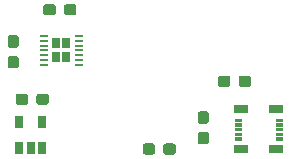
<source format=gbr>
G04 #@! TF.GenerationSoftware,KiCad,Pcbnew,(5.0.0-rc2-200-g1f6f76beb)*
G04 #@! TF.CreationDate,2020-02-24T22:29:59-05:00*
G04 #@! TF.ProjectId,watch-power,77617463682D706F7765722E6B696361,rev?*
G04 #@! TF.SameCoordinates,Original*
G04 #@! TF.FileFunction,Paste,Top*
G04 #@! TF.FilePolarity,Positive*
%FSLAX46Y46*%
G04 Gerber Fmt 4.6, Leading zero omitted, Abs format (unit mm)*
G04 Created by KiCad (PCBNEW (5.0.0-rc2-200-g1f6f76beb)) date Mon Feb 24 22:29:59 2020*
%MOMM*%
%LPD*%
G01*
G04 APERTURE LIST*
%ADD10C,0.010000*%
%ADD11C,0.100000*%
%ADD12C,0.950000*%
%ADD13R,0.700000X0.250000*%
%ADD14R,0.700000X0.970000*%
%ADD15R,0.650000X1.060000*%
%ADD16R,1.200000X0.700000*%
G04 APERTURE END LIST*
D10*
G04 #@! TO.C,P1*
G36*
X90964000Y-78116578D02*
X90964000Y-77916000D01*
X91473040Y-77916000D01*
X91473040Y-78116578D01*
X90964000Y-78116578D01*
G37*
X90964000Y-78116578D02*
X90964000Y-77916000D01*
X91473040Y-77916000D01*
X91473040Y-78116578D01*
X90964000Y-78116578D01*
G36*
X90964000Y-77716180D02*
X90964000Y-77516000D01*
X91473460Y-77516000D01*
X91473460Y-77716180D01*
X90964000Y-77716180D01*
G37*
X90964000Y-77716180D02*
X90964000Y-77516000D01*
X91473460Y-77516000D01*
X91473460Y-77716180D01*
X90964000Y-77716180D01*
G36*
X90964000Y-77316060D02*
X90964000Y-77116000D01*
X91473100Y-77116000D01*
X91473100Y-77316060D01*
X90964000Y-77316060D01*
G37*
X90964000Y-77316060D02*
X90964000Y-77116000D01*
X91473100Y-77116000D01*
X91473100Y-77316060D01*
X90964000Y-77316060D01*
G36*
X90964000Y-76915407D02*
X90964000Y-76716000D01*
X91471050Y-76716000D01*
X91471050Y-76915407D01*
X90964000Y-76915407D01*
G37*
X90964000Y-76915407D02*
X90964000Y-76716000D01*
X91471050Y-76716000D01*
X91471050Y-76915407D01*
X90964000Y-76915407D01*
G36*
X90964000Y-76514874D02*
X90964000Y-76316000D01*
X91471600Y-76316000D01*
X91471600Y-76514874D01*
X90964000Y-76514874D01*
G37*
X90964000Y-76514874D02*
X90964000Y-76316000D01*
X91471600Y-76316000D01*
X91471600Y-76514874D01*
X90964000Y-76514874D01*
G36*
X94454000Y-78117080D02*
X94454000Y-77916000D01*
X94966400Y-77916000D01*
X94966400Y-78117080D01*
X94454000Y-78117080D01*
G37*
X94454000Y-78117080D02*
X94454000Y-77916000D01*
X94966400Y-77916000D01*
X94966400Y-78117080D01*
X94454000Y-78117080D01*
G36*
X94454000Y-77716500D02*
X94454000Y-77516000D01*
X94966000Y-77516000D01*
X94966000Y-77716500D01*
X94454000Y-77716500D01*
G37*
X94454000Y-77716500D02*
X94454000Y-77516000D01*
X94966000Y-77516000D01*
X94966000Y-77716500D01*
X94454000Y-77716500D01*
G36*
X94454000Y-77316099D02*
X94454000Y-77116000D01*
X94965980Y-77116000D01*
X94965980Y-77316099D01*
X94454000Y-77316099D01*
G37*
X94454000Y-77316099D02*
X94454000Y-77116000D01*
X94965980Y-77116000D01*
X94965980Y-77316099D01*
X94454000Y-77316099D01*
G36*
X94454000Y-76915590D02*
X94454000Y-76716000D01*
X94966730Y-76716000D01*
X94966730Y-76915590D01*
X94454000Y-76915590D01*
G37*
X94454000Y-76915590D02*
X94454000Y-76716000D01*
X94966730Y-76716000D01*
X94966730Y-76915590D01*
X94454000Y-76915590D01*
G36*
X94454000Y-76514807D02*
X94454000Y-76316000D01*
X94967410Y-76316000D01*
X94967410Y-76514807D01*
X94454000Y-76514807D01*
G37*
X94454000Y-76514807D02*
X94454000Y-76316000D01*
X94967410Y-76316000D01*
X94967410Y-76514807D01*
X94454000Y-76514807D01*
G04 #@! TD*
D11*
G04 #@! TO.C,C1*
G36*
X72447579Y-69263944D02*
X72470634Y-69267363D01*
X72493243Y-69273027D01*
X72515187Y-69280879D01*
X72536257Y-69290844D01*
X72556248Y-69302826D01*
X72574968Y-69316710D01*
X72592238Y-69332362D01*
X72607890Y-69349632D01*
X72621774Y-69368352D01*
X72633756Y-69388343D01*
X72643721Y-69409413D01*
X72651573Y-69431357D01*
X72657237Y-69453966D01*
X72660656Y-69477021D01*
X72661800Y-69500300D01*
X72661800Y-70075300D01*
X72660656Y-70098579D01*
X72657237Y-70121634D01*
X72651573Y-70144243D01*
X72643721Y-70166187D01*
X72633756Y-70187257D01*
X72621774Y-70207248D01*
X72607890Y-70225968D01*
X72592238Y-70243238D01*
X72574968Y-70258890D01*
X72556248Y-70272774D01*
X72536257Y-70284756D01*
X72515187Y-70294721D01*
X72493243Y-70302573D01*
X72470634Y-70308237D01*
X72447579Y-70311656D01*
X72424300Y-70312800D01*
X71949300Y-70312800D01*
X71926021Y-70311656D01*
X71902966Y-70308237D01*
X71880357Y-70302573D01*
X71858413Y-70294721D01*
X71837343Y-70284756D01*
X71817352Y-70272774D01*
X71798632Y-70258890D01*
X71781362Y-70243238D01*
X71765710Y-70225968D01*
X71751826Y-70207248D01*
X71739844Y-70187257D01*
X71729879Y-70166187D01*
X71722027Y-70144243D01*
X71716363Y-70121634D01*
X71712944Y-70098579D01*
X71711800Y-70075300D01*
X71711800Y-69500300D01*
X71712944Y-69477021D01*
X71716363Y-69453966D01*
X71722027Y-69431357D01*
X71729879Y-69409413D01*
X71739844Y-69388343D01*
X71751826Y-69368352D01*
X71765710Y-69349632D01*
X71781362Y-69332362D01*
X71798632Y-69316710D01*
X71817352Y-69302826D01*
X71837343Y-69290844D01*
X71858413Y-69280879D01*
X71880357Y-69273027D01*
X71902966Y-69267363D01*
X71926021Y-69263944D01*
X71949300Y-69262800D01*
X72424300Y-69262800D01*
X72447579Y-69263944D01*
X72447579Y-69263944D01*
G37*
D12*
X72186800Y-69787800D03*
D11*
G36*
X72447579Y-71013944D02*
X72470634Y-71017363D01*
X72493243Y-71023027D01*
X72515187Y-71030879D01*
X72536257Y-71040844D01*
X72556248Y-71052826D01*
X72574968Y-71066710D01*
X72592238Y-71082362D01*
X72607890Y-71099632D01*
X72621774Y-71118352D01*
X72633756Y-71138343D01*
X72643721Y-71159413D01*
X72651573Y-71181357D01*
X72657237Y-71203966D01*
X72660656Y-71227021D01*
X72661800Y-71250300D01*
X72661800Y-71825300D01*
X72660656Y-71848579D01*
X72657237Y-71871634D01*
X72651573Y-71894243D01*
X72643721Y-71916187D01*
X72633756Y-71937257D01*
X72621774Y-71957248D01*
X72607890Y-71975968D01*
X72592238Y-71993238D01*
X72574968Y-72008890D01*
X72556248Y-72022774D01*
X72536257Y-72034756D01*
X72515187Y-72044721D01*
X72493243Y-72052573D01*
X72470634Y-72058237D01*
X72447579Y-72061656D01*
X72424300Y-72062800D01*
X71949300Y-72062800D01*
X71926021Y-72061656D01*
X71902966Y-72058237D01*
X71880357Y-72052573D01*
X71858413Y-72044721D01*
X71837343Y-72034756D01*
X71817352Y-72022774D01*
X71798632Y-72008890D01*
X71781362Y-71993238D01*
X71765710Y-71975968D01*
X71751826Y-71957248D01*
X71739844Y-71937257D01*
X71729879Y-71916187D01*
X71722027Y-71894243D01*
X71716363Y-71871634D01*
X71712944Y-71848579D01*
X71711800Y-71825300D01*
X71711800Y-71250300D01*
X71712944Y-71227021D01*
X71716363Y-71203966D01*
X71722027Y-71181357D01*
X71729879Y-71159413D01*
X71739844Y-71138343D01*
X71751826Y-71118352D01*
X71765710Y-71099632D01*
X71781362Y-71082362D01*
X71798632Y-71066710D01*
X71817352Y-71052826D01*
X71837343Y-71040844D01*
X71858413Y-71030879D01*
X71880357Y-71023027D01*
X71902966Y-71017363D01*
X71926021Y-71013944D01*
X71949300Y-71012800D01*
X72424300Y-71012800D01*
X72447579Y-71013944D01*
X72447579Y-71013944D01*
G37*
D12*
X72186800Y-71537800D03*
G04 #@! TD*
D11*
G04 #@! TO.C,C2*
G36*
X90367779Y-72678144D02*
X90390834Y-72681563D01*
X90413443Y-72687227D01*
X90435387Y-72695079D01*
X90456457Y-72705044D01*
X90476448Y-72717026D01*
X90495168Y-72730910D01*
X90512438Y-72746562D01*
X90528090Y-72763832D01*
X90541974Y-72782552D01*
X90553956Y-72802543D01*
X90563921Y-72823613D01*
X90571773Y-72845557D01*
X90577437Y-72868166D01*
X90580856Y-72891221D01*
X90582000Y-72914500D01*
X90582000Y-73389500D01*
X90580856Y-73412779D01*
X90577437Y-73435834D01*
X90571773Y-73458443D01*
X90563921Y-73480387D01*
X90553956Y-73501457D01*
X90541974Y-73521448D01*
X90528090Y-73540168D01*
X90512438Y-73557438D01*
X90495168Y-73573090D01*
X90476448Y-73586974D01*
X90456457Y-73598956D01*
X90435387Y-73608921D01*
X90413443Y-73616773D01*
X90390834Y-73622437D01*
X90367779Y-73625856D01*
X90344500Y-73627000D01*
X89769500Y-73627000D01*
X89746221Y-73625856D01*
X89723166Y-73622437D01*
X89700557Y-73616773D01*
X89678613Y-73608921D01*
X89657543Y-73598956D01*
X89637552Y-73586974D01*
X89618832Y-73573090D01*
X89601562Y-73557438D01*
X89585910Y-73540168D01*
X89572026Y-73521448D01*
X89560044Y-73501457D01*
X89550079Y-73480387D01*
X89542227Y-73458443D01*
X89536563Y-73435834D01*
X89533144Y-73412779D01*
X89532000Y-73389500D01*
X89532000Y-72914500D01*
X89533144Y-72891221D01*
X89536563Y-72868166D01*
X89542227Y-72845557D01*
X89550079Y-72823613D01*
X89560044Y-72802543D01*
X89572026Y-72782552D01*
X89585910Y-72763832D01*
X89601562Y-72746562D01*
X89618832Y-72730910D01*
X89637552Y-72717026D01*
X89657543Y-72705044D01*
X89678613Y-72695079D01*
X89700557Y-72687227D01*
X89723166Y-72681563D01*
X89746221Y-72678144D01*
X89769500Y-72677000D01*
X90344500Y-72677000D01*
X90367779Y-72678144D01*
X90367779Y-72678144D01*
G37*
D12*
X90057000Y-73152000D03*
D11*
G36*
X92117779Y-72678144D02*
X92140834Y-72681563D01*
X92163443Y-72687227D01*
X92185387Y-72695079D01*
X92206457Y-72705044D01*
X92226448Y-72717026D01*
X92245168Y-72730910D01*
X92262438Y-72746562D01*
X92278090Y-72763832D01*
X92291974Y-72782552D01*
X92303956Y-72802543D01*
X92313921Y-72823613D01*
X92321773Y-72845557D01*
X92327437Y-72868166D01*
X92330856Y-72891221D01*
X92332000Y-72914500D01*
X92332000Y-73389500D01*
X92330856Y-73412779D01*
X92327437Y-73435834D01*
X92321773Y-73458443D01*
X92313921Y-73480387D01*
X92303956Y-73501457D01*
X92291974Y-73521448D01*
X92278090Y-73540168D01*
X92262438Y-73557438D01*
X92245168Y-73573090D01*
X92226448Y-73586974D01*
X92206457Y-73598956D01*
X92185387Y-73608921D01*
X92163443Y-73616773D01*
X92140834Y-73622437D01*
X92117779Y-73625856D01*
X92094500Y-73627000D01*
X91519500Y-73627000D01*
X91496221Y-73625856D01*
X91473166Y-73622437D01*
X91450557Y-73616773D01*
X91428613Y-73608921D01*
X91407543Y-73598956D01*
X91387552Y-73586974D01*
X91368832Y-73573090D01*
X91351562Y-73557438D01*
X91335910Y-73540168D01*
X91322026Y-73521448D01*
X91310044Y-73501457D01*
X91300079Y-73480387D01*
X91292227Y-73458443D01*
X91286563Y-73435834D01*
X91283144Y-73412779D01*
X91282000Y-73389500D01*
X91282000Y-72914500D01*
X91283144Y-72891221D01*
X91286563Y-72868166D01*
X91292227Y-72845557D01*
X91300079Y-72823613D01*
X91310044Y-72802543D01*
X91322026Y-72782552D01*
X91335910Y-72763832D01*
X91351562Y-72746562D01*
X91368832Y-72730910D01*
X91387552Y-72717026D01*
X91407543Y-72705044D01*
X91428613Y-72695079D01*
X91450557Y-72687227D01*
X91473166Y-72681563D01*
X91496221Y-72678144D01*
X91519500Y-72677000D01*
X92094500Y-72677000D01*
X92117779Y-72678144D01*
X92117779Y-72678144D01*
G37*
D12*
X91807000Y-73152000D03*
G04 #@! TD*
D11*
G04 #@! TO.C,C4*
G36*
X88551179Y-75704144D02*
X88574234Y-75707563D01*
X88596843Y-75713227D01*
X88618787Y-75721079D01*
X88639857Y-75731044D01*
X88659848Y-75743026D01*
X88678568Y-75756910D01*
X88695838Y-75772562D01*
X88711490Y-75789832D01*
X88725374Y-75808552D01*
X88737356Y-75828543D01*
X88747321Y-75849613D01*
X88755173Y-75871557D01*
X88760837Y-75894166D01*
X88764256Y-75917221D01*
X88765400Y-75940500D01*
X88765400Y-76515500D01*
X88764256Y-76538779D01*
X88760837Y-76561834D01*
X88755173Y-76584443D01*
X88747321Y-76606387D01*
X88737356Y-76627457D01*
X88725374Y-76647448D01*
X88711490Y-76666168D01*
X88695838Y-76683438D01*
X88678568Y-76699090D01*
X88659848Y-76712974D01*
X88639857Y-76724956D01*
X88618787Y-76734921D01*
X88596843Y-76742773D01*
X88574234Y-76748437D01*
X88551179Y-76751856D01*
X88527900Y-76753000D01*
X88052900Y-76753000D01*
X88029621Y-76751856D01*
X88006566Y-76748437D01*
X87983957Y-76742773D01*
X87962013Y-76734921D01*
X87940943Y-76724956D01*
X87920952Y-76712974D01*
X87902232Y-76699090D01*
X87884962Y-76683438D01*
X87869310Y-76666168D01*
X87855426Y-76647448D01*
X87843444Y-76627457D01*
X87833479Y-76606387D01*
X87825627Y-76584443D01*
X87819963Y-76561834D01*
X87816544Y-76538779D01*
X87815400Y-76515500D01*
X87815400Y-75940500D01*
X87816544Y-75917221D01*
X87819963Y-75894166D01*
X87825627Y-75871557D01*
X87833479Y-75849613D01*
X87843444Y-75828543D01*
X87855426Y-75808552D01*
X87869310Y-75789832D01*
X87884962Y-75772562D01*
X87902232Y-75756910D01*
X87920952Y-75743026D01*
X87940943Y-75731044D01*
X87962013Y-75721079D01*
X87983957Y-75713227D01*
X88006566Y-75707563D01*
X88029621Y-75704144D01*
X88052900Y-75703000D01*
X88527900Y-75703000D01*
X88551179Y-75704144D01*
X88551179Y-75704144D01*
G37*
D12*
X88290400Y-76228000D03*
D11*
G36*
X88551179Y-77454144D02*
X88574234Y-77457563D01*
X88596843Y-77463227D01*
X88618787Y-77471079D01*
X88639857Y-77481044D01*
X88659848Y-77493026D01*
X88678568Y-77506910D01*
X88695838Y-77522562D01*
X88711490Y-77539832D01*
X88725374Y-77558552D01*
X88737356Y-77578543D01*
X88747321Y-77599613D01*
X88755173Y-77621557D01*
X88760837Y-77644166D01*
X88764256Y-77667221D01*
X88765400Y-77690500D01*
X88765400Y-78265500D01*
X88764256Y-78288779D01*
X88760837Y-78311834D01*
X88755173Y-78334443D01*
X88747321Y-78356387D01*
X88737356Y-78377457D01*
X88725374Y-78397448D01*
X88711490Y-78416168D01*
X88695838Y-78433438D01*
X88678568Y-78449090D01*
X88659848Y-78462974D01*
X88639857Y-78474956D01*
X88618787Y-78484921D01*
X88596843Y-78492773D01*
X88574234Y-78498437D01*
X88551179Y-78501856D01*
X88527900Y-78503000D01*
X88052900Y-78503000D01*
X88029621Y-78501856D01*
X88006566Y-78498437D01*
X87983957Y-78492773D01*
X87962013Y-78484921D01*
X87940943Y-78474956D01*
X87920952Y-78462974D01*
X87902232Y-78449090D01*
X87884962Y-78433438D01*
X87869310Y-78416168D01*
X87855426Y-78397448D01*
X87843444Y-78377457D01*
X87833479Y-78356387D01*
X87825627Y-78334443D01*
X87819963Y-78311834D01*
X87816544Y-78288779D01*
X87815400Y-78265500D01*
X87815400Y-77690500D01*
X87816544Y-77667221D01*
X87819963Y-77644166D01*
X87825627Y-77621557D01*
X87833479Y-77599613D01*
X87843444Y-77578543D01*
X87855426Y-77558552D01*
X87869310Y-77539832D01*
X87884962Y-77522562D01*
X87902232Y-77506910D01*
X87920952Y-77493026D01*
X87940943Y-77481044D01*
X87962013Y-77471079D01*
X87983957Y-77463227D01*
X88006566Y-77457563D01*
X88029621Y-77454144D01*
X88052900Y-77453000D01*
X88527900Y-77453000D01*
X88551179Y-77454144D01*
X88551179Y-77454144D01*
G37*
D12*
X88290400Y-77978000D03*
G04 #@! TD*
D11*
G04 #@! TO.C,R1*
G36*
X77323579Y-66632944D02*
X77346634Y-66636363D01*
X77369243Y-66642027D01*
X77391187Y-66649879D01*
X77412257Y-66659844D01*
X77432248Y-66671826D01*
X77450968Y-66685710D01*
X77468238Y-66701362D01*
X77483890Y-66718632D01*
X77497774Y-66737352D01*
X77509756Y-66757343D01*
X77519721Y-66778413D01*
X77527573Y-66800357D01*
X77533237Y-66822966D01*
X77536656Y-66846021D01*
X77537800Y-66869300D01*
X77537800Y-67344300D01*
X77536656Y-67367579D01*
X77533237Y-67390634D01*
X77527573Y-67413243D01*
X77519721Y-67435187D01*
X77509756Y-67456257D01*
X77497774Y-67476248D01*
X77483890Y-67494968D01*
X77468238Y-67512238D01*
X77450968Y-67527890D01*
X77432248Y-67541774D01*
X77412257Y-67553756D01*
X77391187Y-67563721D01*
X77369243Y-67571573D01*
X77346634Y-67577237D01*
X77323579Y-67580656D01*
X77300300Y-67581800D01*
X76725300Y-67581800D01*
X76702021Y-67580656D01*
X76678966Y-67577237D01*
X76656357Y-67571573D01*
X76634413Y-67563721D01*
X76613343Y-67553756D01*
X76593352Y-67541774D01*
X76574632Y-67527890D01*
X76557362Y-67512238D01*
X76541710Y-67494968D01*
X76527826Y-67476248D01*
X76515844Y-67456257D01*
X76505879Y-67435187D01*
X76498027Y-67413243D01*
X76492363Y-67390634D01*
X76488944Y-67367579D01*
X76487800Y-67344300D01*
X76487800Y-66869300D01*
X76488944Y-66846021D01*
X76492363Y-66822966D01*
X76498027Y-66800357D01*
X76505879Y-66778413D01*
X76515844Y-66757343D01*
X76527826Y-66737352D01*
X76541710Y-66718632D01*
X76557362Y-66701362D01*
X76574632Y-66685710D01*
X76593352Y-66671826D01*
X76613343Y-66659844D01*
X76634413Y-66649879D01*
X76656357Y-66642027D01*
X76678966Y-66636363D01*
X76702021Y-66632944D01*
X76725300Y-66631800D01*
X77300300Y-66631800D01*
X77323579Y-66632944D01*
X77323579Y-66632944D01*
G37*
D12*
X77012800Y-67106800D03*
D11*
G36*
X75573579Y-66632944D02*
X75596634Y-66636363D01*
X75619243Y-66642027D01*
X75641187Y-66649879D01*
X75662257Y-66659844D01*
X75682248Y-66671826D01*
X75700968Y-66685710D01*
X75718238Y-66701362D01*
X75733890Y-66718632D01*
X75747774Y-66737352D01*
X75759756Y-66757343D01*
X75769721Y-66778413D01*
X75777573Y-66800357D01*
X75783237Y-66822966D01*
X75786656Y-66846021D01*
X75787800Y-66869300D01*
X75787800Y-67344300D01*
X75786656Y-67367579D01*
X75783237Y-67390634D01*
X75777573Y-67413243D01*
X75769721Y-67435187D01*
X75759756Y-67456257D01*
X75747774Y-67476248D01*
X75733890Y-67494968D01*
X75718238Y-67512238D01*
X75700968Y-67527890D01*
X75682248Y-67541774D01*
X75662257Y-67553756D01*
X75641187Y-67563721D01*
X75619243Y-67571573D01*
X75596634Y-67577237D01*
X75573579Y-67580656D01*
X75550300Y-67581800D01*
X74975300Y-67581800D01*
X74952021Y-67580656D01*
X74928966Y-67577237D01*
X74906357Y-67571573D01*
X74884413Y-67563721D01*
X74863343Y-67553756D01*
X74843352Y-67541774D01*
X74824632Y-67527890D01*
X74807362Y-67512238D01*
X74791710Y-67494968D01*
X74777826Y-67476248D01*
X74765844Y-67456257D01*
X74755879Y-67435187D01*
X74748027Y-67413243D01*
X74742363Y-67390634D01*
X74738944Y-67367579D01*
X74737800Y-67344300D01*
X74737800Y-66869300D01*
X74738944Y-66846021D01*
X74742363Y-66822966D01*
X74748027Y-66800357D01*
X74755879Y-66778413D01*
X74765844Y-66757343D01*
X74777826Y-66737352D01*
X74791710Y-66718632D01*
X74807362Y-66701362D01*
X74824632Y-66685710D01*
X74843352Y-66671826D01*
X74863343Y-66659844D01*
X74884413Y-66649879D01*
X74906357Y-66642027D01*
X74928966Y-66636363D01*
X74952021Y-66632944D01*
X74975300Y-66631800D01*
X75550300Y-66631800D01*
X75573579Y-66632944D01*
X75573579Y-66632944D01*
G37*
D12*
X75262800Y-67106800D03*
G04 #@! TD*
D11*
G04 #@! TO.C,R2*
G36*
X73236779Y-74202144D02*
X73259834Y-74205563D01*
X73282443Y-74211227D01*
X73304387Y-74219079D01*
X73325457Y-74229044D01*
X73345448Y-74241026D01*
X73364168Y-74254910D01*
X73381438Y-74270562D01*
X73397090Y-74287832D01*
X73410974Y-74306552D01*
X73422956Y-74326543D01*
X73432921Y-74347613D01*
X73440773Y-74369557D01*
X73446437Y-74392166D01*
X73449856Y-74415221D01*
X73451000Y-74438500D01*
X73451000Y-74913500D01*
X73449856Y-74936779D01*
X73446437Y-74959834D01*
X73440773Y-74982443D01*
X73432921Y-75004387D01*
X73422956Y-75025457D01*
X73410974Y-75045448D01*
X73397090Y-75064168D01*
X73381438Y-75081438D01*
X73364168Y-75097090D01*
X73345448Y-75110974D01*
X73325457Y-75122956D01*
X73304387Y-75132921D01*
X73282443Y-75140773D01*
X73259834Y-75146437D01*
X73236779Y-75149856D01*
X73213500Y-75151000D01*
X72638500Y-75151000D01*
X72615221Y-75149856D01*
X72592166Y-75146437D01*
X72569557Y-75140773D01*
X72547613Y-75132921D01*
X72526543Y-75122956D01*
X72506552Y-75110974D01*
X72487832Y-75097090D01*
X72470562Y-75081438D01*
X72454910Y-75064168D01*
X72441026Y-75045448D01*
X72429044Y-75025457D01*
X72419079Y-75004387D01*
X72411227Y-74982443D01*
X72405563Y-74959834D01*
X72402144Y-74936779D01*
X72401000Y-74913500D01*
X72401000Y-74438500D01*
X72402144Y-74415221D01*
X72405563Y-74392166D01*
X72411227Y-74369557D01*
X72419079Y-74347613D01*
X72429044Y-74326543D01*
X72441026Y-74306552D01*
X72454910Y-74287832D01*
X72470562Y-74270562D01*
X72487832Y-74254910D01*
X72506552Y-74241026D01*
X72526543Y-74229044D01*
X72547613Y-74219079D01*
X72569557Y-74211227D01*
X72592166Y-74205563D01*
X72615221Y-74202144D01*
X72638500Y-74201000D01*
X73213500Y-74201000D01*
X73236779Y-74202144D01*
X73236779Y-74202144D01*
G37*
D12*
X72926000Y-74676000D03*
D11*
G36*
X74986779Y-74202144D02*
X75009834Y-74205563D01*
X75032443Y-74211227D01*
X75054387Y-74219079D01*
X75075457Y-74229044D01*
X75095448Y-74241026D01*
X75114168Y-74254910D01*
X75131438Y-74270562D01*
X75147090Y-74287832D01*
X75160974Y-74306552D01*
X75172956Y-74326543D01*
X75182921Y-74347613D01*
X75190773Y-74369557D01*
X75196437Y-74392166D01*
X75199856Y-74415221D01*
X75201000Y-74438500D01*
X75201000Y-74913500D01*
X75199856Y-74936779D01*
X75196437Y-74959834D01*
X75190773Y-74982443D01*
X75182921Y-75004387D01*
X75172956Y-75025457D01*
X75160974Y-75045448D01*
X75147090Y-75064168D01*
X75131438Y-75081438D01*
X75114168Y-75097090D01*
X75095448Y-75110974D01*
X75075457Y-75122956D01*
X75054387Y-75132921D01*
X75032443Y-75140773D01*
X75009834Y-75146437D01*
X74986779Y-75149856D01*
X74963500Y-75151000D01*
X74388500Y-75151000D01*
X74365221Y-75149856D01*
X74342166Y-75146437D01*
X74319557Y-75140773D01*
X74297613Y-75132921D01*
X74276543Y-75122956D01*
X74256552Y-75110974D01*
X74237832Y-75097090D01*
X74220562Y-75081438D01*
X74204910Y-75064168D01*
X74191026Y-75045448D01*
X74179044Y-75025457D01*
X74169079Y-75004387D01*
X74161227Y-74982443D01*
X74155563Y-74959834D01*
X74152144Y-74936779D01*
X74151000Y-74913500D01*
X74151000Y-74438500D01*
X74152144Y-74415221D01*
X74155563Y-74392166D01*
X74161227Y-74369557D01*
X74169079Y-74347613D01*
X74179044Y-74326543D01*
X74191026Y-74306552D01*
X74204910Y-74287832D01*
X74220562Y-74270562D01*
X74237832Y-74254910D01*
X74256552Y-74241026D01*
X74276543Y-74229044D01*
X74297613Y-74219079D01*
X74319557Y-74211227D01*
X74342166Y-74205563D01*
X74365221Y-74202144D01*
X74388500Y-74201000D01*
X74963500Y-74201000D01*
X74986779Y-74202144D01*
X74986779Y-74202144D01*
G37*
D12*
X74676000Y-74676000D03*
G04 #@! TD*
D11*
G04 #@! TO.C,R3*
G36*
X83991580Y-78418544D02*
X84014635Y-78421963D01*
X84037244Y-78427627D01*
X84059188Y-78435479D01*
X84080258Y-78445444D01*
X84100249Y-78457426D01*
X84118969Y-78471310D01*
X84136239Y-78486962D01*
X84151891Y-78504232D01*
X84165775Y-78522952D01*
X84177757Y-78542943D01*
X84187722Y-78564013D01*
X84195574Y-78585957D01*
X84201238Y-78608566D01*
X84204657Y-78631621D01*
X84205801Y-78654900D01*
X84205801Y-79129900D01*
X84204657Y-79153179D01*
X84201238Y-79176234D01*
X84195574Y-79198843D01*
X84187722Y-79220787D01*
X84177757Y-79241857D01*
X84165775Y-79261848D01*
X84151891Y-79280568D01*
X84136239Y-79297838D01*
X84118969Y-79313490D01*
X84100249Y-79327374D01*
X84080258Y-79339356D01*
X84059188Y-79349321D01*
X84037244Y-79357173D01*
X84014635Y-79362837D01*
X83991580Y-79366256D01*
X83968301Y-79367400D01*
X83393301Y-79367400D01*
X83370022Y-79366256D01*
X83346967Y-79362837D01*
X83324358Y-79357173D01*
X83302414Y-79349321D01*
X83281344Y-79339356D01*
X83261353Y-79327374D01*
X83242633Y-79313490D01*
X83225363Y-79297838D01*
X83209711Y-79280568D01*
X83195827Y-79261848D01*
X83183845Y-79241857D01*
X83173880Y-79220787D01*
X83166028Y-79198843D01*
X83160364Y-79176234D01*
X83156945Y-79153179D01*
X83155801Y-79129900D01*
X83155801Y-78654900D01*
X83156945Y-78631621D01*
X83160364Y-78608566D01*
X83166028Y-78585957D01*
X83173880Y-78564013D01*
X83183845Y-78542943D01*
X83195827Y-78522952D01*
X83209711Y-78504232D01*
X83225363Y-78486962D01*
X83242633Y-78471310D01*
X83261353Y-78457426D01*
X83281344Y-78445444D01*
X83302414Y-78435479D01*
X83324358Y-78427627D01*
X83346967Y-78421963D01*
X83370022Y-78418544D01*
X83393301Y-78417400D01*
X83968301Y-78417400D01*
X83991580Y-78418544D01*
X83991580Y-78418544D01*
G37*
D12*
X83680801Y-78892400D03*
D11*
G36*
X85741580Y-78418544D02*
X85764635Y-78421963D01*
X85787244Y-78427627D01*
X85809188Y-78435479D01*
X85830258Y-78445444D01*
X85850249Y-78457426D01*
X85868969Y-78471310D01*
X85886239Y-78486962D01*
X85901891Y-78504232D01*
X85915775Y-78522952D01*
X85927757Y-78542943D01*
X85937722Y-78564013D01*
X85945574Y-78585957D01*
X85951238Y-78608566D01*
X85954657Y-78631621D01*
X85955801Y-78654900D01*
X85955801Y-79129900D01*
X85954657Y-79153179D01*
X85951238Y-79176234D01*
X85945574Y-79198843D01*
X85937722Y-79220787D01*
X85927757Y-79241857D01*
X85915775Y-79261848D01*
X85901891Y-79280568D01*
X85886239Y-79297838D01*
X85868969Y-79313490D01*
X85850249Y-79327374D01*
X85830258Y-79339356D01*
X85809188Y-79349321D01*
X85787244Y-79357173D01*
X85764635Y-79362837D01*
X85741580Y-79366256D01*
X85718301Y-79367400D01*
X85143301Y-79367400D01*
X85120022Y-79366256D01*
X85096967Y-79362837D01*
X85074358Y-79357173D01*
X85052414Y-79349321D01*
X85031344Y-79339356D01*
X85011353Y-79327374D01*
X84992633Y-79313490D01*
X84975363Y-79297838D01*
X84959711Y-79280568D01*
X84945827Y-79261848D01*
X84933845Y-79241857D01*
X84923880Y-79220787D01*
X84916028Y-79198843D01*
X84910364Y-79176234D01*
X84906945Y-79153179D01*
X84905801Y-79129900D01*
X84905801Y-78654900D01*
X84906945Y-78631621D01*
X84910364Y-78608566D01*
X84916028Y-78585957D01*
X84923880Y-78564013D01*
X84933845Y-78542943D01*
X84945827Y-78522952D01*
X84959711Y-78504232D01*
X84975363Y-78486962D01*
X84992633Y-78471310D01*
X85011353Y-78457426D01*
X85031344Y-78445444D01*
X85052414Y-78435479D01*
X85074358Y-78427627D01*
X85096967Y-78421963D01*
X85120022Y-78418544D01*
X85143301Y-78417400D01*
X85718301Y-78417400D01*
X85741580Y-78418544D01*
X85741580Y-78418544D01*
G37*
D12*
X85430801Y-78892400D03*
G04 #@! TD*
D13*
G04 #@! TO.C,U1*
X74774000Y-71742000D03*
X74774000Y-71342000D03*
X74774000Y-70942000D03*
X74774000Y-70542000D03*
X74774000Y-70142000D03*
X74774000Y-69742000D03*
X77724000Y-69742000D03*
X77724000Y-70142000D03*
X77724000Y-70542000D03*
X77724000Y-70942000D03*
X77724000Y-71342000D03*
X77724000Y-71742000D03*
X77724000Y-69342000D03*
X74774000Y-69342000D03*
D14*
X76694000Y-69954500D03*
X75799000Y-69954500D03*
X75799000Y-71129500D03*
X76694000Y-71129500D03*
G04 #@! TD*
D15*
G04 #@! TO.C,U2*
X72710000Y-78824000D03*
X73660000Y-78824000D03*
X74610000Y-78824000D03*
X74610000Y-76624000D03*
X72710000Y-76624000D03*
G04 #@! TD*
D16*
G04 #@! TO.C,P1*
X91464000Y-78916000D03*
X94464000Y-78916000D03*
X94464000Y-75516000D03*
X91464000Y-75516000D03*
G04 #@! TD*
M02*

</source>
